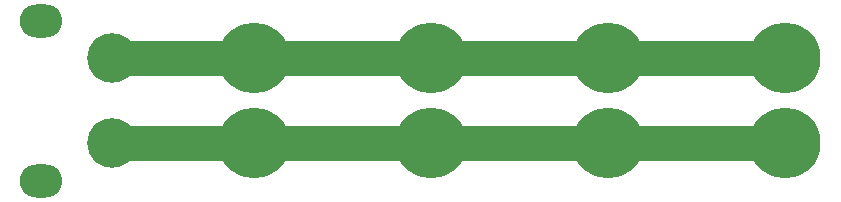
<source format=gbr>
G04 #@! TF.GenerationSoftware,KiCad,Pcbnew,5.0.2-bee76a0~70~ubuntu16.04.1*
G04 #@! TF.CreationDate,2019-11-03T01:58:48+01:00*
G04 #@! TF.ProjectId,hub,6875622e-6b69-4636-9164-5f7063625858,rev?*
G04 #@! TF.SameCoordinates,Original*
G04 #@! TF.FileFunction,Copper,L1,Top*
G04 #@! TF.FilePolarity,Positive*
%FSLAX46Y46*%
G04 Gerber Fmt 4.6, Leading zero omitted, Abs format (unit mm)*
G04 Created by KiCad (PCBNEW 5.0.2-bee76a0~70~ubuntu16.04.1) date Sun 03 Nov 2019 01:58:48 AM CET*
%MOMM*%
%LPD*%
G01*
G04 APERTURE LIST*
G04 #@! TA.AperFunction,ComponentPad*
%ADD10C,6.000000*%
G04 #@! TD*
G04 #@! TA.AperFunction,ComponentPad*
%ADD11C,4.200000*%
G04 #@! TD*
G04 #@! TA.AperFunction,ComponentPad*
%ADD12O,3.600000X2.800000*%
G04 #@! TD*
G04 #@! TA.AperFunction,Conductor*
%ADD13C,3.000000*%
G04 #@! TD*
G04 APERTURE END LIST*
D10*
G04 #@! TO.P,J2,2*
G04 #@! TO.N,Net-(J1-Pad2)*
X120000000Y-88600000D03*
G04 #@! TO.P,J2,1*
G04 #@! TO.N,Net-(J1-Pad1)*
X120000000Y-81400000D03*
G04 #@! TD*
G04 #@! TO.P,J3,2*
G04 #@! TO.N,Net-(J1-Pad2)*
X135000000Y-88600000D03*
G04 #@! TO.P,J3,1*
G04 #@! TO.N,Net-(J1-Pad1)*
X135000000Y-81400000D03*
G04 #@! TD*
G04 #@! TO.P,J4,2*
G04 #@! TO.N,Net-(J1-Pad2)*
X150000000Y-88600000D03*
G04 #@! TO.P,J4,1*
G04 #@! TO.N,Net-(J1-Pad1)*
X150000000Y-81400000D03*
G04 #@! TD*
G04 #@! TO.P,J5,2*
G04 #@! TO.N,Net-(J1-Pad2)*
X165000000Y-88600000D03*
G04 #@! TO.P,J5,1*
G04 #@! TO.N,Net-(J1-Pad1)*
X165000000Y-81400000D03*
G04 #@! TD*
D11*
G04 #@! TO.P,J1,1*
G04 #@! TO.N,Net-(J1-Pad1)*
X108000000Y-81400000D03*
G04 #@! TO.P,J1,2*
G04 #@! TO.N,Net-(J1-Pad2)*
X108000000Y-88600000D03*
D12*
G04 #@! TO.P,J1,*
G04 #@! TO.N,*
X102000000Y-78250000D03*
X102000000Y-91750000D03*
G04 #@! TD*
D13*
G04 #@! TO.N,Net-(J1-Pad1)*
X108000000Y-81400000D02*
X120000000Y-81400000D01*
X120000000Y-81400000D02*
X135000000Y-81400000D01*
X135000000Y-81400000D02*
X150000000Y-81400000D01*
X150000000Y-81400000D02*
X165000000Y-81400000D01*
G04 #@! TO.N,Net-(J1-Pad2)*
X108000000Y-88600000D02*
X120000000Y-88600000D01*
X120000000Y-88600000D02*
X135000000Y-88600000D01*
X135000000Y-88600000D02*
X150000000Y-88600000D01*
X150000000Y-88600000D02*
X165000000Y-88600000D01*
G04 #@! TD*
M02*

</source>
